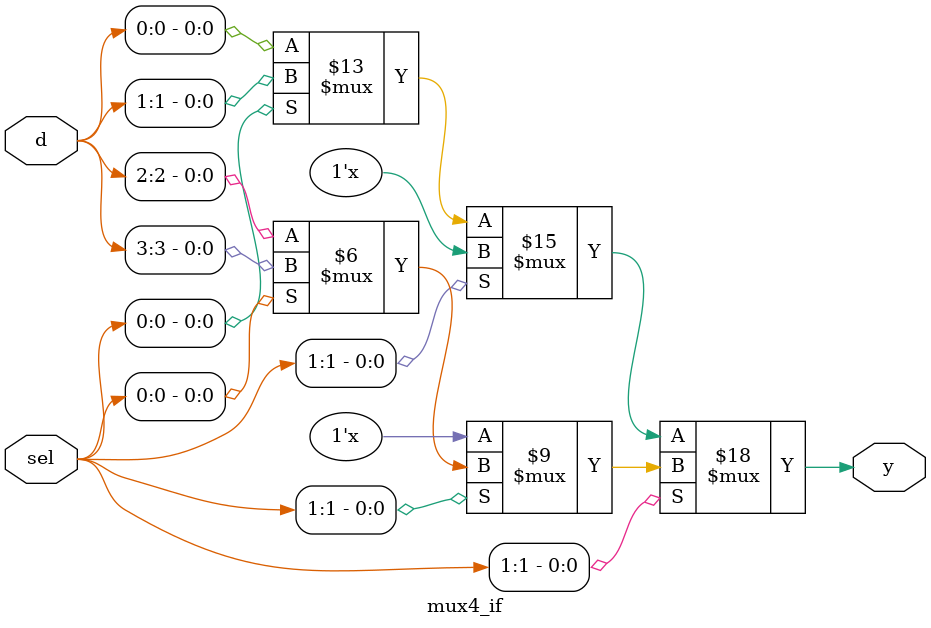
<source format=v>
module mux4_if(input [3:0] d, input [1:0] sel, output reg y);
  always @(*) begin
    if (sel[1] == 0) begin
      if (sel[0] == 0)
        y = d[0];   
      else
        y = d[1];   
    end
    else begin
      if (sel[0] == 0)
        y = d[2];   
      else
        y = d[3];   
    end
  end
endmodule

</source>
